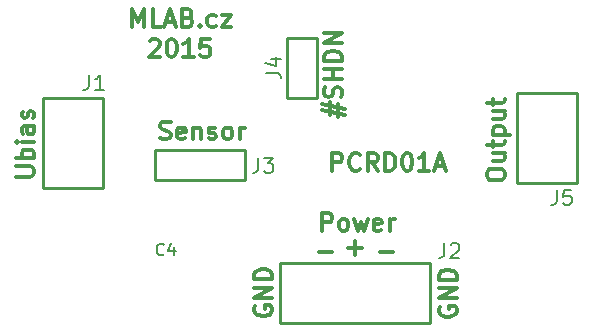
<source format=gbr>
G04 #@! TF.FileFunction,Legend,Top*
%FSLAX46Y46*%
G04 Gerber Fmt 4.6, Leading zero omitted, Abs format (unit mm)*
G04 Created by KiCad (PCBNEW 0.201503251001+5534~22~ubuntu14.04.1-product) date Čt 26. březen 2015, 00:22:24 CET*
%MOMM*%
G01*
G04 APERTURE LIST*
%ADD10C,0.100000*%
%ADD11C,0.300000*%
%ADD12C,0.254000*%
%ADD13C,0.203200*%
%ADD14C,0.150000*%
G04 APERTURE END LIST*
D10*
D11*
X28305715Y14116929D02*
X28305715Y15616929D01*
X28877143Y15616929D01*
X29020001Y15545500D01*
X29091429Y15474071D01*
X29162858Y15331214D01*
X29162858Y15116929D01*
X29091429Y14974071D01*
X29020001Y14902643D01*
X28877143Y14831214D01*
X28305715Y14831214D01*
X30662858Y14259786D02*
X30591429Y14188357D01*
X30377143Y14116929D01*
X30234286Y14116929D01*
X30020001Y14188357D01*
X29877143Y14331214D01*
X29805715Y14474071D01*
X29734286Y14759786D01*
X29734286Y14974071D01*
X29805715Y15259786D01*
X29877143Y15402643D01*
X30020001Y15545500D01*
X30234286Y15616929D01*
X30377143Y15616929D01*
X30591429Y15545500D01*
X30662858Y15474071D01*
X32162858Y14116929D02*
X31662858Y14831214D01*
X31305715Y14116929D02*
X31305715Y15616929D01*
X31877143Y15616929D01*
X32020001Y15545500D01*
X32091429Y15474071D01*
X32162858Y15331214D01*
X32162858Y15116929D01*
X32091429Y14974071D01*
X32020001Y14902643D01*
X31877143Y14831214D01*
X31305715Y14831214D01*
X32805715Y14116929D02*
X32805715Y15616929D01*
X33162858Y15616929D01*
X33377143Y15545500D01*
X33520001Y15402643D01*
X33591429Y15259786D01*
X33662858Y14974071D01*
X33662858Y14759786D01*
X33591429Y14474071D01*
X33520001Y14331214D01*
X33377143Y14188357D01*
X33162858Y14116929D01*
X32805715Y14116929D01*
X34591429Y15616929D02*
X34734286Y15616929D01*
X34877143Y15545500D01*
X34948572Y15474071D01*
X35020001Y15331214D01*
X35091429Y15045500D01*
X35091429Y14688357D01*
X35020001Y14402643D01*
X34948572Y14259786D01*
X34877143Y14188357D01*
X34734286Y14116929D01*
X34591429Y14116929D01*
X34448572Y14188357D01*
X34377143Y14259786D01*
X34305715Y14402643D01*
X34234286Y14688357D01*
X34234286Y15045500D01*
X34305715Y15331214D01*
X34377143Y15474071D01*
X34448572Y15545500D01*
X34591429Y15616929D01*
X36520000Y14116929D02*
X35662857Y14116929D01*
X36091429Y14116929D02*
X36091429Y15616929D01*
X35948572Y15402643D01*
X35805714Y15259786D01*
X35662857Y15188357D01*
X37091428Y14545500D02*
X37805714Y14545500D01*
X36948571Y14116929D02*
X37448571Y15616929D01*
X37948571Y14116929D01*
X12859072Y25126071D02*
X12930501Y25197500D01*
X13073358Y25268929D01*
X13430501Y25268929D01*
X13573358Y25197500D01*
X13644787Y25126071D01*
X13716215Y24983214D01*
X13716215Y24840357D01*
X13644787Y24626071D01*
X12787644Y23768929D01*
X13716215Y23768929D01*
X14644786Y25268929D02*
X14787643Y25268929D01*
X14930500Y25197500D01*
X15001929Y25126071D01*
X15073358Y24983214D01*
X15144786Y24697500D01*
X15144786Y24340357D01*
X15073358Y24054643D01*
X15001929Y23911786D01*
X14930500Y23840357D01*
X14787643Y23768929D01*
X14644786Y23768929D01*
X14501929Y23840357D01*
X14430500Y23911786D01*
X14359072Y24054643D01*
X14287643Y24340357D01*
X14287643Y24697500D01*
X14359072Y24983214D01*
X14430500Y25126071D01*
X14501929Y25197500D01*
X14644786Y25268929D01*
X16573357Y23768929D02*
X15716214Y23768929D01*
X16144786Y23768929D02*
X16144786Y25268929D01*
X16001929Y25054643D01*
X15859071Y24911786D01*
X15716214Y24840357D01*
X17930500Y25268929D02*
X17216214Y25268929D01*
X17144785Y24554643D01*
X17216214Y24626071D01*
X17359071Y24697500D01*
X17716214Y24697500D01*
X17859071Y24626071D01*
X17930500Y24554643D01*
X18001928Y24411786D01*
X18001928Y24054643D01*
X17930500Y23911786D01*
X17859071Y23840357D01*
X17716214Y23768929D01*
X17359071Y23768929D01*
X17216214Y23840357D01*
X17144785Y23911786D01*
X11386857Y26308929D02*
X11386857Y27808929D01*
X11886857Y26737500D01*
X12386857Y27808929D01*
X12386857Y26308929D01*
X13815429Y26308929D02*
X13101143Y26308929D01*
X13101143Y27808929D01*
X14244000Y26737500D02*
X14958286Y26737500D01*
X14101143Y26308929D02*
X14601143Y27808929D01*
X15101143Y26308929D01*
X16101143Y27094643D02*
X16315429Y27023214D01*
X16386857Y26951786D01*
X16458286Y26808929D01*
X16458286Y26594643D01*
X16386857Y26451786D01*
X16315429Y26380357D01*
X16172571Y26308929D01*
X15601143Y26308929D01*
X15601143Y27808929D01*
X16101143Y27808929D01*
X16244000Y27737500D01*
X16315429Y27666071D01*
X16386857Y27523214D01*
X16386857Y27380357D01*
X16315429Y27237500D01*
X16244000Y27166071D01*
X16101143Y27094643D01*
X15601143Y27094643D01*
X17101143Y26451786D02*
X17172571Y26380357D01*
X17101143Y26308929D01*
X17029714Y26380357D01*
X17101143Y26451786D01*
X17101143Y26308929D01*
X18458286Y26380357D02*
X18315429Y26308929D01*
X18029715Y26308929D01*
X17886857Y26380357D01*
X17815429Y26451786D01*
X17744000Y26594643D01*
X17744000Y27023214D01*
X17815429Y27166071D01*
X17886857Y27237500D01*
X18029715Y27308929D01*
X18315429Y27308929D01*
X18458286Y27237500D01*
X18958286Y27308929D02*
X19744000Y27308929D01*
X18958286Y26308929D01*
X19744000Y26308929D01*
X27452215Y9036929D02*
X27452215Y10536929D01*
X28023643Y10536929D01*
X28166501Y10465500D01*
X28237929Y10394071D01*
X28309358Y10251214D01*
X28309358Y10036929D01*
X28237929Y9894071D01*
X28166501Y9822643D01*
X28023643Y9751214D01*
X27452215Y9751214D01*
X29166501Y9036929D02*
X29023643Y9108357D01*
X28952215Y9179786D01*
X28880786Y9322643D01*
X28880786Y9751214D01*
X28952215Y9894071D01*
X29023643Y9965500D01*
X29166501Y10036929D01*
X29380786Y10036929D01*
X29523643Y9965500D01*
X29595072Y9894071D01*
X29666501Y9751214D01*
X29666501Y9322643D01*
X29595072Y9179786D01*
X29523643Y9108357D01*
X29380786Y9036929D01*
X29166501Y9036929D01*
X30166501Y10036929D02*
X30452215Y9036929D01*
X30737929Y9751214D01*
X31023644Y9036929D01*
X31309358Y10036929D01*
X32452215Y9108357D02*
X32309358Y9036929D01*
X32023644Y9036929D01*
X31880787Y9108357D01*
X31809358Y9251214D01*
X31809358Y9822643D01*
X31880787Y9965500D01*
X32023644Y10036929D01*
X32309358Y10036929D01*
X32452215Y9965500D01*
X32523644Y9822643D01*
X32523644Y9679786D01*
X31809358Y9536929D01*
X33166501Y9036929D02*
X33166501Y10036929D01*
X33166501Y9751214D02*
X33237929Y9894071D01*
X33309358Y9965500D01*
X33452215Y10036929D01*
X33595072Y10036929D01*
X32321572Y7258857D02*
X33464429Y7258857D01*
X29654572Y7576357D02*
X30797429Y7576357D01*
X30226000Y7004929D02*
X30226000Y8147786D01*
X27178072Y7258857D02*
X28320929Y7258857D01*
X21792500Y2667143D02*
X21721071Y2524286D01*
X21721071Y2310000D01*
X21792500Y2095715D01*
X21935357Y1952857D01*
X22078214Y1881429D01*
X22363929Y1810000D01*
X22578214Y1810000D01*
X22863929Y1881429D01*
X23006786Y1952857D01*
X23149643Y2095715D01*
X23221071Y2310000D01*
X23221071Y2452857D01*
X23149643Y2667143D01*
X23078214Y2738572D01*
X22578214Y2738572D01*
X22578214Y2452857D01*
X23221071Y3381429D02*
X21721071Y3381429D01*
X23221071Y4238572D01*
X21721071Y4238572D01*
X23221071Y4952858D02*
X21721071Y4952858D01*
X21721071Y5310001D01*
X21792500Y5524286D01*
X21935357Y5667144D01*
X22078214Y5738572D01*
X22363929Y5810001D01*
X22578214Y5810001D01*
X22863929Y5738572D01*
X23006786Y5667144D01*
X23149643Y5524286D01*
X23221071Y5310001D01*
X23221071Y4952858D01*
X37413500Y2603643D02*
X37342071Y2460786D01*
X37342071Y2246500D01*
X37413500Y2032215D01*
X37556357Y1889357D01*
X37699214Y1817929D01*
X37984929Y1746500D01*
X38199214Y1746500D01*
X38484929Y1817929D01*
X38627786Y1889357D01*
X38770643Y2032215D01*
X38842071Y2246500D01*
X38842071Y2389357D01*
X38770643Y2603643D01*
X38699214Y2675072D01*
X38199214Y2675072D01*
X38199214Y2389357D01*
X38842071Y3317929D02*
X37342071Y3317929D01*
X38842071Y4175072D01*
X37342071Y4175072D01*
X38842071Y4889358D02*
X37342071Y4889358D01*
X37342071Y5246501D01*
X37413500Y5460786D01*
X37556357Y5603644D01*
X37699214Y5675072D01*
X37984929Y5746501D01*
X38199214Y5746501D01*
X38484929Y5675072D01*
X38627786Y5603644D01*
X38770643Y5460786D01*
X38842071Y5246501D01*
X38842071Y4889358D01*
X41406071Y13664785D02*
X41406071Y13950499D01*
X41477500Y14093357D01*
X41620357Y14236214D01*
X41906071Y14307642D01*
X42406071Y14307642D01*
X42691786Y14236214D01*
X42834643Y14093357D01*
X42906071Y13950499D01*
X42906071Y13664785D01*
X42834643Y13521928D01*
X42691786Y13379071D01*
X42406071Y13307642D01*
X41906071Y13307642D01*
X41620357Y13379071D01*
X41477500Y13521928D01*
X41406071Y13664785D01*
X41906071Y15593357D02*
X42906071Y15593357D01*
X41906071Y14950500D02*
X42691786Y14950500D01*
X42834643Y15021928D01*
X42906071Y15164786D01*
X42906071Y15379071D01*
X42834643Y15521928D01*
X42763214Y15593357D01*
X41906071Y16093357D02*
X41906071Y16664786D01*
X41406071Y16307643D02*
X42691786Y16307643D01*
X42834643Y16379071D01*
X42906071Y16521929D01*
X42906071Y16664786D01*
X41906071Y17164786D02*
X43406071Y17164786D01*
X41977500Y17164786D02*
X41906071Y17307643D01*
X41906071Y17593357D01*
X41977500Y17736214D01*
X42048929Y17807643D01*
X42191786Y17879072D01*
X42620357Y17879072D01*
X42763214Y17807643D01*
X42834643Y17736214D01*
X42906071Y17593357D01*
X42906071Y17307643D01*
X42834643Y17164786D01*
X41906071Y19164786D02*
X42906071Y19164786D01*
X41906071Y18521929D02*
X42691786Y18521929D01*
X42834643Y18593357D01*
X42906071Y18736215D01*
X42906071Y18950500D01*
X42834643Y19093357D01*
X42763214Y19164786D01*
X41906071Y19664786D02*
X41906071Y20236215D01*
X41406071Y19879072D02*
X42691786Y19879072D01*
X42834643Y19950500D01*
X42906071Y20093358D01*
X42906071Y20236215D01*
X28126571Y18852000D02*
X28126571Y19923429D01*
X27483714Y19280572D02*
X29412286Y18852000D01*
X28769429Y19780572D02*
X28769429Y18709143D01*
X29412286Y19352000D02*
X27483714Y19780572D01*
X29055143Y20352000D02*
X29126571Y20566286D01*
X29126571Y20923429D01*
X29055143Y21066286D01*
X28983714Y21137715D01*
X28840857Y21209143D01*
X28698000Y21209143D01*
X28555143Y21137715D01*
X28483714Y21066286D01*
X28412286Y20923429D01*
X28340857Y20637715D01*
X28269429Y20494857D01*
X28198000Y20423429D01*
X28055143Y20352000D01*
X27912286Y20352000D01*
X27769429Y20423429D01*
X27698000Y20494857D01*
X27626571Y20637715D01*
X27626571Y20994857D01*
X27698000Y21209143D01*
X29126571Y21852000D02*
X27626571Y21852000D01*
X28340857Y21852000D02*
X28340857Y22709143D01*
X29126571Y22709143D02*
X27626571Y22709143D01*
X29126571Y23423429D02*
X27626571Y23423429D01*
X27626571Y23780572D01*
X27698000Y23994857D01*
X27840857Y24137715D01*
X27983714Y24209143D01*
X28269429Y24280572D01*
X28483714Y24280572D01*
X28769429Y24209143D01*
X28912286Y24137715D01*
X29055143Y23994857D01*
X29126571Y23780572D01*
X29126571Y23423429D01*
X29126571Y24923429D02*
X27626571Y24923429D01*
X29126571Y25780572D01*
X27626571Y25780572D01*
X13772000Y16855357D02*
X13986286Y16783929D01*
X14343429Y16783929D01*
X14486286Y16855357D01*
X14557715Y16926786D01*
X14629143Y17069643D01*
X14629143Y17212500D01*
X14557715Y17355357D01*
X14486286Y17426786D01*
X14343429Y17498214D01*
X14057715Y17569643D01*
X13914857Y17641071D01*
X13843429Y17712500D01*
X13772000Y17855357D01*
X13772000Y17998214D01*
X13843429Y18141071D01*
X13914857Y18212500D01*
X14057715Y18283929D01*
X14414857Y18283929D01*
X14629143Y18212500D01*
X15843428Y16855357D02*
X15700571Y16783929D01*
X15414857Y16783929D01*
X15272000Y16855357D01*
X15200571Y16998214D01*
X15200571Y17569643D01*
X15272000Y17712500D01*
X15414857Y17783929D01*
X15700571Y17783929D01*
X15843428Y17712500D01*
X15914857Y17569643D01*
X15914857Y17426786D01*
X15200571Y17283929D01*
X16557714Y17783929D02*
X16557714Y16783929D01*
X16557714Y17641071D02*
X16629142Y17712500D01*
X16772000Y17783929D01*
X16986285Y17783929D01*
X17129142Y17712500D01*
X17200571Y17569643D01*
X17200571Y16783929D01*
X17843428Y16855357D02*
X17986285Y16783929D01*
X18272000Y16783929D01*
X18414857Y16855357D01*
X18486285Y16998214D01*
X18486285Y17069643D01*
X18414857Y17212500D01*
X18272000Y17283929D01*
X18057714Y17283929D01*
X17914857Y17355357D01*
X17843428Y17498214D01*
X17843428Y17569643D01*
X17914857Y17712500D01*
X18057714Y17783929D01*
X18272000Y17783929D01*
X18414857Y17712500D01*
X19343429Y16783929D02*
X19200571Y16855357D01*
X19129143Y16926786D01*
X19057714Y17069643D01*
X19057714Y17498214D01*
X19129143Y17641071D01*
X19200571Y17712500D01*
X19343429Y17783929D01*
X19557714Y17783929D01*
X19700571Y17712500D01*
X19772000Y17641071D01*
X19843429Y17498214D01*
X19843429Y17069643D01*
X19772000Y16926786D01*
X19700571Y16855357D01*
X19557714Y16783929D01*
X19343429Y16783929D01*
X20486286Y16783929D02*
X20486286Y17783929D01*
X20486286Y17498214D02*
X20557714Y17641071D01*
X20629143Y17712500D01*
X20772000Y17783929D01*
X20914857Y17783929D01*
X1528071Y13633000D02*
X2742357Y13633000D01*
X2885214Y13704428D01*
X2956643Y13775857D01*
X3028071Y13918714D01*
X3028071Y14204428D01*
X2956643Y14347286D01*
X2885214Y14418714D01*
X2742357Y14490143D01*
X1528071Y14490143D01*
X3028071Y15204429D02*
X1528071Y15204429D01*
X2099500Y15204429D02*
X2028071Y15347286D01*
X2028071Y15633000D01*
X2099500Y15775857D01*
X2170929Y15847286D01*
X2313786Y15918715D01*
X2742357Y15918715D01*
X2885214Y15847286D01*
X2956643Y15775857D01*
X3028071Y15633000D01*
X3028071Y15347286D01*
X2956643Y15204429D01*
X3028071Y16561572D02*
X2028071Y16561572D01*
X1528071Y16561572D02*
X1599500Y16490143D01*
X1670929Y16561572D01*
X1599500Y16633000D01*
X1528071Y16561572D01*
X1670929Y16561572D01*
X3028071Y17918715D02*
X2242357Y17918715D01*
X2099500Y17847286D01*
X2028071Y17704429D01*
X2028071Y17418715D01*
X2099500Y17275858D01*
X2956643Y17918715D02*
X3028071Y17775858D01*
X3028071Y17418715D01*
X2956643Y17275858D01*
X2813786Y17204429D01*
X2670929Y17204429D01*
X2528071Y17275858D01*
X2456643Y17418715D01*
X2456643Y17775858D01*
X2385214Y17918715D01*
X2956643Y18561572D02*
X3028071Y18704429D01*
X3028071Y18990144D01*
X2956643Y19133001D01*
X2813786Y19204429D01*
X2742357Y19204429D01*
X2599500Y19133001D01*
X2528071Y18990144D01*
X2528071Y18775858D01*
X2456643Y18633001D01*
X2313786Y18561572D01*
X2242357Y18561572D01*
X2099500Y18633001D01*
X2028071Y18775858D01*
X2028071Y18990144D01*
X2099500Y19133001D01*
D12*
X8890000Y12700000D02*
X8890000Y20320000D01*
X8890000Y20320000D02*
X3810000Y20320000D01*
X3810000Y20320000D02*
X3810000Y15240000D01*
X8890000Y12700000D02*
X6350000Y12700000D01*
X3810000Y12700000D02*
X6350000Y12700000D01*
X3810000Y15240000D02*
X3810000Y12700000D01*
X26466800Y6350000D02*
X27736800Y6350000D01*
X23926800Y6350000D02*
X26466800Y6350000D01*
X36626800Y1270000D02*
X36626800Y6350000D01*
X34086800Y6350000D02*
X36626800Y6350000D01*
X34086800Y1270000D02*
X36626800Y1270000D01*
X34086800Y1270000D02*
X36626800Y1270000D01*
X34086800Y6350000D02*
X36626800Y6350000D01*
X36626800Y1270000D02*
X36626800Y6350000D01*
X32816800Y6350000D02*
X35356800Y6350000D01*
X29006800Y1270000D02*
X31546800Y1270000D01*
X29006800Y1270000D02*
X31546800Y1270000D01*
X32816800Y6350000D02*
X35356800Y6350000D01*
X32816800Y6350000D02*
X35356800Y6350000D01*
X31546800Y1270000D02*
X34086800Y1270000D01*
X31546800Y1270000D02*
X34086800Y1270000D01*
X32816800Y6350000D02*
X35356800Y6350000D01*
X23926800Y1270000D02*
X31546800Y1270000D01*
X35356800Y6350000D02*
X30276800Y6350000D01*
X23926800Y1270000D02*
X23926800Y3810000D01*
X23926800Y6350000D02*
X23926800Y3810000D01*
X30276800Y6350000D02*
X27736800Y6350000D01*
X24511000Y20320000D02*
X24511000Y22860000D01*
X27051000Y22860000D02*
X27051000Y25400000D01*
X27051000Y25400000D02*
X24511000Y25400000D01*
X24511000Y22860000D02*
X24511000Y25400000D01*
X24511000Y20320000D02*
X27051000Y20320000D01*
X27051000Y20320000D02*
X27051000Y22860000D01*
X48996600Y13055600D02*
X48996600Y20675600D01*
X48996600Y20675600D02*
X43916600Y20675600D01*
X43916600Y20675600D02*
X43916600Y15595600D01*
X48996600Y13055600D02*
X46456600Y13055600D01*
X43916600Y13055600D02*
X46456600Y13055600D01*
X43916600Y15595600D02*
X43916600Y13055600D01*
X15875000Y13335000D02*
X20955000Y13335000D01*
X20955000Y13335000D02*
X20955000Y15875000D01*
X20955000Y15875000D02*
X15875000Y15875000D01*
X13335000Y15875000D02*
X15875000Y15875000D01*
X13335000Y15875000D02*
X13335000Y13335000D01*
X13335000Y13335000D02*
X15875000Y13335000D01*
D13*
X7704667Y22221976D02*
X7704667Y21314833D01*
X7644191Y21133405D01*
X7523239Y21012452D01*
X7341810Y20951976D01*
X7220858Y20951976D01*
X8974667Y20951976D02*
X8248953Y20951976D01*
X8611810Y20951976D02*
X8611810Y22221976D01*
X8490858Y22040548D01*
X8369905Y21919595D01*
X8248953Y21859119D01*
X37803667Y7997976D02*
X37803667Y7090833D01*
X37743191Y6909405D01*
X37622239Y6788452D01*
X37440810Y6727976D01*
X37319858Y6727976D01*
X38347953Y7877024D02*
X38408429Y7937500D01*
X38529381Y7997976D01*
X38831762Y7997976D01*
X38952715Y7937500D01*
X39013191Y7877024D01*
X39073667Y7756071D01*
X39073667Y7635119D01*
X39013191Y7453690D01*
X38287477Y6727976D01*
X39073667Y6727976D01*
X22672524Y22436667D02*
X23579667Y22436667D01*
X23761095Y22376191D01*
X23882048Y22255239D01*
X23942524Y22073810D01*
X23942524Y21952858D01*
X23095857Y23585715D02*
X23942524Y23585715D01*
X22612048Y23283334D02*
X23519190Y22980953D01*
X23519190Y23767143D01*
X47328667Y12506476D02*
X47328667Y11599333D01*
X47268191Y11417905D01*
X47147239Y11296952D01*
X46965810Y11236476D01*
X46844858Y11236476D01*
X48538191Y12506476D02*
X47933429Y12506476D01*
X47872953Y11901714D01*
X47933429Y11962190D01*
X48054381Y12022667D01*
X48356762Y12022667D01*
X48477715Y11962190D01*
X48538191Y11901714D01*
X48598667Y11780762D01*
X48598667Y11478381D01*
X48538191Y11357429D01*
X48477715Y11296952D01*
X48356762Y11236476D01*
X48054381Y11236476D01*
X47933429Y11296952D01*
X47872953Y11357429D01*
X22055667Y15236976D02*
X22055667Y14329833D01*
X21995191Y14148405D01*
X21874239Y14027452D01*
X21692810Y13966976D01*
X21571858Y13966976D01*
X22539477Y15236976D02*
X23325667Y15236976D01*
X22902334Y14753167D01*
X23083762Y14753167D01*
X23204715Y14692690D01*
X23265191Y14632214D01*
X23325667Y14511262D01*
X23325667Y14208881D01*
X23265191Y14087929D01*
X23204715Y14027452D01*
X23083762Y13966976D01*
X22720905Y13966976D01*
X22599953Y14027452D01*
X22539477Y14087929D01*
D14*
X14057334Y7059657D02*
X14009715Y7012038D01*
X13866858Y6964419D01*
X13771620Y6964419D01*
X13628762Y7012038D01*
X13533524Y7107276D01*
X13485905Y7202514D01*
X13438286Y7392990D01*
X13438286Y7535848D01*
X13485905Y7726324D01*
X13533524Y7821562D01*
X13628762Y7916800D01*
X13771620Y7964419D01*
X13866858Y7964419D01*
X14009715Y7916800D01*
X14057334Y7869181D01*
X14914477Y7631086D02*
X14914477Y6964419D01*
X14676381Y8012038D02*
X14438286Y7297752D01*
X15057334Y7297752D01*
M02*

</source>
